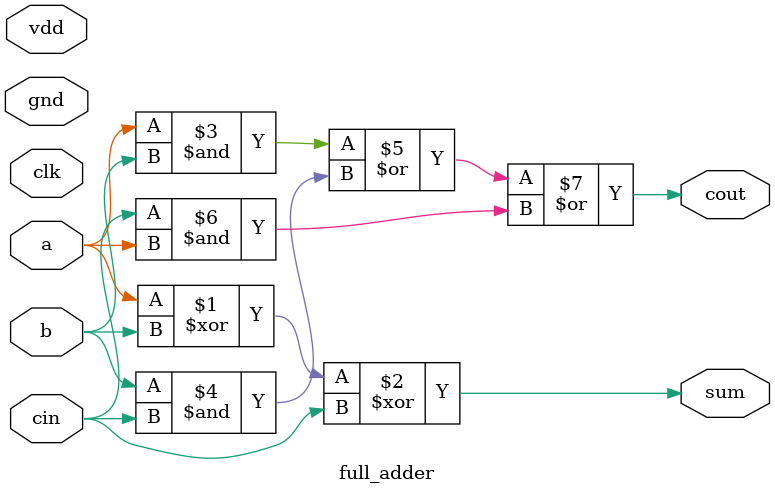
<source format=v>
module full_adder (
    input wire a,
    input wire b,
    input wire cin,
    input wire clk,     // Dummy clock required by OpenLane
    input wire vdd,     // Power net
    input wire gnd,     // Ground net
    output wire sum,
    output wire cout
);

    assign sum  = a ^ b ^ cin;
    assign cout = (a & b) | (b & cin) | (cin & a);

endmodule

</source>
